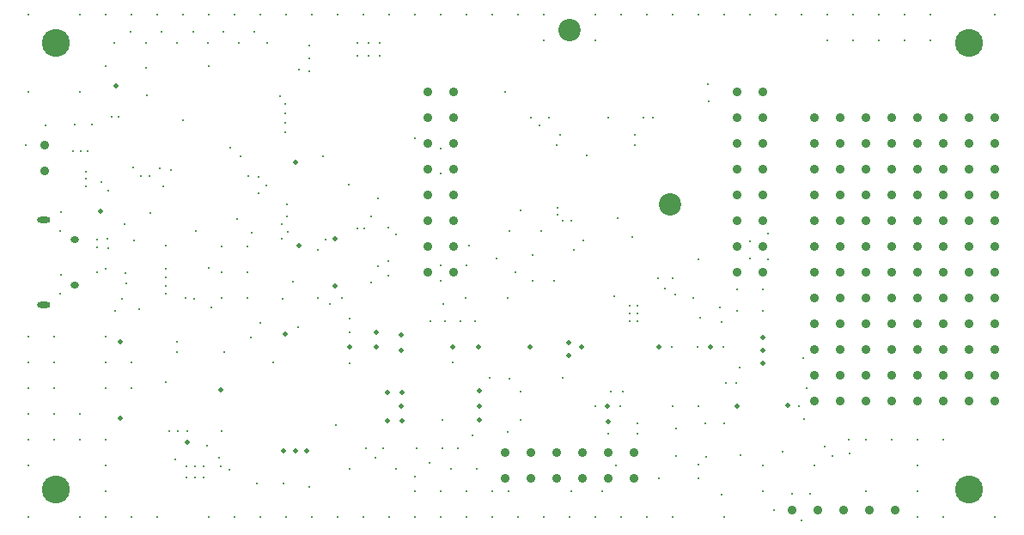
<source format=gbr>
%TF.GenerationSoftware,Altium Limited,Altium Designer,20.1.11 (218)*%
G04 Layer_Color=0*
%FSLAX26Y26*%
%MOIN*%
%TF.SameCoordinates,27E64F16-BD7F-4648-91A1-9AE93EB88D02*%
%TF.FilePolarity,Positive*%
%TF.FileFunction,Plated,1,2,PTH,Drill*%
%TF.Part,Single*%
G01*
G75*
%TA.AperFunction,ComponentDrill*%
%ADD127C,0.035433*%
%ADD128C,0.108268*%
%ADD129C,0.035433*%
%ADD130C,0.086614*%
%ADD131O,0.051181X0.023622*%
%ADD132O,0.033465X0.025591*%
%TA.AperFunction,ViaDrill,NotFilled*%
%ADD133C,0.011811*%
%ADD134C,0.019685*%
D127*
X3500000Y1500000D02*
D03*
X3600000D02*
D03*
X3700000D02*
D03*
X3500000Y1400000D02*
D03*
X3600000D02*
D03*
X3700000D02*
D03*
X3800000D02*
D03*
X3500000Y1600000D02*
D03*
X3600000D02*
D03*
X3700000D02*
D03*
X3800000D02*
D03*
X3800000Y1300000D02*
D03*
Y900000D02*
D03*
Y500000D02*
D03*
Y700000D02*
D03*
Y1100000D02*
D03*
Y1500000D02*
D03*
X3012598Y74803D02*
D03*
X2300000Y200000D02*
D03*
Y300000D02*
D03*
X3100000Y600000D02*
D03*
Y800000D02*
D03*
Y1600000D02*
D03*
X2400000Y200000D02*
D03*
Y300000D02*
D03*
X2200000D02*
D03*
Y200000D02*
D03*
X2000000Y300000D02*
D03*
X2100000D02*
D03*
X2000000Y200000D02*
D03*
X2100000D02*
D03*
X1900000Y300000D02*
D03*
Y200000D02*
D03*
X3212598Y74803D02*
D03*
X3312598D02*
D03*
X3112598D02*
D03*
X3412598D02*
D03*
X3300000Y1600000D02*
D03*
X3400000D02*
D03*
X3200000D02*
D03*
X3300000Y1500000D02*
D03*
X3400000D02*
D03*
X3100000D02*
D03*
X3200000D02*
D03*
X3100000Y1200000D02*
D03*
Y1100000D02*
D03*
X3200000Y1200000D02*
D03*
Y1100000D02*
D03*
X3300000Y1200000D02*
D03*
Y1100000D02*
D03*
X3400000Y1200000D02*
D03*
Y1100000D02*
D03*
X3500000Y1200000D02*
D03*
Y1100000D02*
D03*
X3600000Y1200000D02*
D03*
Y1100000D02*
D03*
X3700000Y1200000D02*
D03*
Y1100000D02*
D03*
X3800000Y1200000D02*
D03*
X3100000Y700000D02*
D03*
X3200000Y800000D02*
D03*
Y700000D02*
D03*
X3300000Y800000D02*
D03*
Y700000D02*
D03*
X3400000Y800000D02*
D03*
Y700000D02*
D03*
X3500000Y800000D02*
D03*
Y700000D02*
D03*
X3600000Y800000D02*
D03*
Y700000D02*
D03*
X3700000Y800000D02*
D03*
Y700000D02*
D03*
X3800000Y800000D02*
D03*
X3100000Y500000D02*
D03*
X3200000Y600000D02*
D03*
Y500000D02*
D03*
X3300000Y600000D02*
D03*
Y500000D02*
D03*
X3400000Y600000D02*
D03*
Y500000D02*
D03*
X3500000Y600000D02*
D03*
Y500000D02*
D03*
X3600000Y600000D02*
D03*
Y500000D02*
D03*
X3700000Y600000D02*
D03*
Y500000D02*
D03*
X3800000Y600000D02*
D03*
X3100000Y1000000D02*
D03*
Y900000D02*
D03*
X3200000Y1000000D02*
D03*
Y900000D02*
D03*
X3300000Y1000000D02*
D03*
Y900000D02*
D03*
X3400000Y1000000D02*
D03*
Y900000D02*
D03*
X3500000Y1000000D02*
D03*
Y900000D02*
D03*
X3600000Y1000000D02*
D03*
Y900000D02*
D03*
X3700000Y1000000D02*
D03*
Y900000D02*
D03*
X3800000Y1000000D02*
D03*
X3100000Y1400000D02*
D03*
Y1300000D02*
D03*
X3200000Y1400000D02*
D03*
Y1300000D02*
D03*
X3300000Y1400000D02*
D03*
Y1300000D02*
D03*
X3400000Y1400000D02*
D03*
Y1300000D02*
D03*
X3500000D02*
D03*
X3600000D02*
D03*
X3700000D02*
D03*
D128*
X157480Y1889764D02*
D03*
X3700787Y157480D02*
D03*
Y1889764D02*
D03*
X157480Y157480D02*
D03*
D129*
X2900000Y1100000D02*
D03*
X2800000Y1000000D02*
D03*
X2900000D02*
D03*
X1700000D02*
D03*
X1600000D02*
D03*
X1700000Y1100000D02*
D03*
X114173Y1493701D02*
D03*
Y1393701D02*
D03*
X1600000Y1700000D02*
D03*
X1700000D02*
D03*
X1600000Y1600000D02*
D03*
X1700000D02*
D03*
X1600000Y1500000D02*
D03*
X1700000D02*
D03*
X1600000Y1400000D02*
D03*
X1700000D02*
D03*
X1600000Y1300000D02*
D03*
X1700000D02*
D03*
X1600000Y1200000D02*
D03*
X1700000D02*
D03*
X1600000Y1100000D02*
D03*
X2800000D02*
D03*
X2900000Y1200000D02*
D03*
X2800000D02*
D03*
X2900000Y1300000D02*
D03*
X2800000D02*
D03*
X2900000Y1400000D02*
D03*
X2800000D02*
D03*
X2900000Y1500000D02*
D03*
X2800000D02*
D03*
X2900000Y1600000D02*
D03*
X2800000D02*
D03*
X2900000Y1700000D02*
D03*
X2800000D02*
D03*
D130*
X2539134Y1264331D02*
D03*
X2149134Y1939331D02*
D03*
D131*
X110236Y873031D02*
D03*
Y1201772D02*
D03*
D132*
X228346Y949803D02*
D03*
Y1125000D02*
D03*
D133*
X1140000Y165000D02*
D03*
X1295000Y235000D02*
D03*
X1665000Y810000D02*
D03*
X1395000Y280000D02*
D03*
X935000Y180000D02*
D03*
X1040000D02*
D03*
X1608000Y809055D02*
D03*
X2250000Y480000D02*
D03*
X2345000D02*
D03*
X3040000D02*
D03*
X2647280Y710215D02*
D03*
X2545000Y710000D02*
D03*
X2745000D02*
D03*
X2809000Y631000D02*
D03*
X2384000Y871000D02*
D03*
X2414000D02*
D03*
X2005000Y965000D02*
D03*
X1939000Y998000D02*
D03*
X1841000Y591000D02*
D03*
X1381000Y959000D02*
D03*
X1096000Y787000D02*
D03*
X2005000Y1065000D02*
D03*
X1960000Y1240000D02*
D03*
X2040000Y1160000D02*
D03*
X1915000D02*
D03*
X1958000Y535000D02*
D03*
X1911000Y380000D02*
D03*
X1958000Y427000D02*
D03*
X1915000Y586000D02*
D03*
X1244000Y405000D02*
D03*
X2122000Y588000D02*
D03*
X1655000Y425000D02*
D03*
X1555000Y315000D02*
D03*
X1475000Y235000D02*
D03*
X1690000D02*
D03*
X1715000Y315000D02*
D03*
X1655000D02*
D03*
X1605000Y260000D02*
D03*
X1550000Y205000D02*
D03*
X1425000Y315000D02*
D03*
X1360000D02*
D03*
X2795252Y568993D02*
D03*
X2755000Y568346D02*
D03*
X2384000Y840500D02*
D03*
X2414000D02*
D03*
Y810000D02*
D03*
X2384000D02*
D03*
X3060000Y430000D02*
D03*
X2975000Y303000D02*
D03*
X3070238Y549939D02*
D03*
X2310000Y535000D02*
D03*
X1297000Y821000D02*
D03*
Y766000D02*
D03*
X1267000Y899898D02*
D03*
X1000000Y650000D02*
D03*
X914000Y746000D02*
D03*
X1784449Y809055D02*
D03*
X2392769Y1136486D02*
D03*
X2355000Y535000D02*
D03*
X1659000Y875000D02*
D03*
X1407000Y1024000D02*
D03*
X1475000Y1146531D02*
D03*
X1446000Y1173074D02*
D03*
X1379000Y1216535D02*
D03*
X1446000Y986221D02*
D03*
Y1042000D02*
D03*
X2324400Y907500D02*
D03*
X692300Y897400D02*
D03*
X660700Y898100D02*
D03*
X915600Y1154100D02*
D03*
X858700Y1207500D02*
D03*
X701000Y1159400D02*
D03*
X422500Y1187000D02*
D03*
X1034100D02*
D03*
X618700Y272900D02*
D03*
X788200Y280800D02*
D03*
X1759600Y1101200D02*
D03*
X1697000Y650000D02*
D03*
X1773500Y367500D02*
D03*
X744400Y325100D02*
D03*
X584146Y573000D02*
D03*
X2689400Y1662205D02*
D03*
X1649606Y966189D02*
D03*
X2334643Y1210190D02*
D03*
X3054780Y665000D02*
D03*
X1293780Y1341000D02*
D03*
X1650780Y1478756D02*
D03*
X1297000Y645000D02*
D03*
X1138780Y1779756D02*
D03*
X1098780Y1785756D02*
D03*
X650780Y1589756D02*
D03*
X603621Y1397236D02*
D03*
X559285Y1404370D02*
D03*
X833851Y1482039D02*
D03*
X971483Y1336756D02*
D03*
X942071Y1305173D02*
D03*
X942851Y1369090D02*
D03*
X1037215Y896394D02*
D03*
X760622Y863929D02*
D03*
X524260Y1230786D02*
D03*
X584146Y1104087D02*
D03*
X583367Y1011811D02*
D03*
Y980543D02*
D03*
X584146Y946606D02*
D03*
Y915110D02*
D03*
X479712Y856543D02*
D03*
X412780Y896756D02*
D03*
X427780Y996756D02*
D03*
X350877Y1011567D02*
D03*
X358780Y1091756D02*
D03*
X445661Y1932756D02*
D03*
X565740Y1933756D02*
D03*
X689756Y1932756D02*
D03*
X807866D02*
D03*
X926961Y1933756D02*
D03*
X977158Y1890504D02*
D03*
X865780Y1889756D02*
D03*
X746780Y1890756D02*
D03*
X625780Y1889756D02*
D03*
X504780D02*
D03*
X383780Y1888756D02*
D03*
X1649780Y1024756D02*
D03*
X1750780D02*
D03*
X2548000Y975000D02*
D03*
X2493780Y974756D02*
D03*
X2520780Y934756D02*
D03*
X2558780Y913756D02*
D03*
X2630780Y898756D02*
D03*
X2799780Y931756D02*
D03*
X2900780D02*
D03*
X2919780Y1049756D02*
D03*
Y1149756D02*
D03*
X2848780Y1120756D02*
D03*
Y1051756D02*
D03*
X2101780Y1249756D02*
D03*
Y1222756D02*
D03*
X2070780Y1597756D02*
D03*
X2032780Y1570756D02*
D03*
X2155780Y1197756D02*
D03*
X2123780D02*
D03*
X1055780Y1155756D02*
D03*
X1032780Y1129756D02*
D03*
X627748Y690110D02*
D03*
X40150Y1493457D02*
D03*
X115051Y1570598D02*
D03*
X387780Y849756D02*
D03*
X174780Y987756D02*
D03*
X171780Y916756D02*
D03*
X172780Y1159756D02*
D03*
X177780Y1233756D02*
D03*
X800780Y382756D02*
D03*
X829780Y231756D02*
D03*
X2299780Y372756D02*
D03*
X2329780Y249756D02*
D03*
X2277780Y150756D02*
D03*
X2495780Y199756D02*
D03*
X2648780Y252756D02*
D03*
X2678780Y283756D02*
D03*
X2648000Y198000D02*
D03*
X2813780Y288756D02*
D03*
X2943780Y74756D02*
D03*
X3012780Y137756D02*
D03*
X3049780Y34756D02*
D03*
X2435629Y1599743D02*
D03*
X230780Y1571756D02*
D03*
X296614Y1572591D02*
D03*
X50780Y1999756D02*
D03*
X250780D02*
D03*
X350780D02*
D03*
X450780D02*
D03*
X550780D02*
D03*
X650780D02*
D03*
X750780D02*
D03*
X850780D02*
D03*
X950780D02*
D03*
X1050780D02*
D03*
X1150780D02*
D03*
X1250780D02*
D03*
X1350780D02*
D03*
X1450780D02*
D03*
X1550780D02*
D03*
X1650780D02*
D03*
X1750780D02*
D03*
X1850780D02*
D03*
X1950780D02*
D03*
X2050780D02*
D03*
X2250780D02*
D03*
X2350780D02*
D03*
X2450780D02*
D03*
X2550780D02*
D03*
X2650780D02*
D03*
X2750780D02*
D03*
X2850780D02*
D03*
X2950780D02*
D03*
X3050780D02*
D03*
X3150780D02*
D03*
X3250780D02*
D03*
X3350780D02*
D03*
X3450780D02*
D03*
X3550780D02*
D03*
X3800780D02*
D03*
X3550780Y1899756D02*
D03*
X3450780D02*
D03*
X3350780D02*
D03*
X3250780D02*
D03*
X3150780D02*
D03*
X2250780D02*
D03*
X2050780D02*
D03*
X350780Y1799756D02*
D03*
X50780Y1699756D02*
D03*
X250780D02*
D03*
X750780Y1799756D02*
D03*
X50780Y49756D02*
D03*
X250780D02*
D03*
X350780D02*
D03*
X450780D02*
D03*
X550780D02*
D03*
X750780D02*
D03*
X850780D02*
D03*
X950780D02*
D03*
X1050780D02*
D03*
X1150780D02*
D03*
X1250780D02*
D03*
X1350780D02*
D03*
X1450780D02*
D03*
X1550780D02*
D03*
X1650780D02*
D03*
X1750780D02*
D03*
X1850780D02*
D03*
X1950780D02*
D03*
X2050780D02*
D03*
X2150780D02*
D03*
X2250780D02*
D03*
X2350780D02*
D03*
X2450780D02*
D03*
X2550780D02*
D03*
X2750780D02*
D03*
X3800780D02*
D03*
X3600780D02*
D03*
X3500780D02*
D03*
Y149756D02*
D03*
Y249756D02*
D03*
Y349756D02*
D03*
X3600780D02*
D03*
X3400780D02*
D03*
X3300780D02*
D03*
Y149756D02*
D03*
X3100780Y249756D02*
D03*
X2900780D02*
D03*
Y149756D02*
D03*
X1550780D02*
D03*
X1650780D02*
D03*
X1750780D02*
D03*
X1850780D02*
D03*
X1790000Y235000D02*
D03*
X350780Y149756D02*
D03*
Y249756D02*
D03*
Y349756D02*
D03*
X250780D02*
D03*
X150780D02*
D03*
X50780D02*
D03*
Y249756D02*
D03*
Y449756D02*
D03*
X150780D02*
D03*
X250780D02*
D03*
X150780Y549756D02*
D03*
X50780D02*
D03*
Y649756D02*
D03*
X150780D02*
D03*
Y749756D02*
D03*
X50780D02*
D03*
X350780Y549756D02*
D03*
Y649756D02*
D03*
Y749756D02*
D03*
X450780Y649756D02*
D03*
Y549756D02*
D03*
X800780Y899756D02*
D03*
X900780D02*
D03*
Y999756D02*
D03*
X800780D02*
D03*
X900780Y1099756D02*
D03*
X800780D02*
D03*
X2650780Y1049756D02*
D03*
X2900780Y849756D02*
D03*
X2800780D02*
D03*
X2300780Y1599756D02*
D03*
X1900000Y1700000D02*
D03*
X2000780Y1599756D02*
D03*
X504780Y1791756D02*
D03*
X1027780Y1682756D02*
D03*
X1407780Y1286756D02*
D03*
X1548780Y1519756D02*
D03*
X1649780Y1383756D02*
D03*
X2216780Y1453756D02*
D03*
X2472000Y1600000D02*
D03*
X2088000Y965000D02*
D03*
X2157780Y150756D02*
D03*
X1911780Y148756D02*
D03*
X950780Y802041D02*
D03*
X2749780Y411756D02*
D03*
X2675780Y412756D02*
D03*
X2650000Y480000D02*
D03*
X3232780Y349756D02*
D03*
X3234780Y295756D02*
D03*
X455780Y1406756D02*
D03*
X484780Y1371756D02*
D03*
X332780Y1349756D02*
D03*
X360780Y1316756D02*
D03*
X2739780Y135756D02*
D03*
Y805756D02*
D03*
X2550000Y480000D02*
D03*
X2414000Y374000D02*
D03*
X224000Y1471000D02*
D03*
X251500D02*
D03*
X279000D02*
D03*
X1193202Y1447746D02*
D03*
X2414000Y412000D02*
D03*
X626968Y728346D02*
D03*
X374604Y1603072D02*
D03*
X399616D02*
D03*
X2734595Y864105D02*
D03*
X2165354Y1086923D02*
D03*
X2204000Y1124000D02*
D03*
X1866000Y1052134D02*
D03*
X1324803Y1169291D02*
D03*
X808000Y690000D02*
D03*
X1075840Y961661D02*
D03*
X1174213Y1085186D02*
D03*
Y900000D02*
D03*
X1220148Y877215D02*
D03*
X2654827Y823000D02*
D03*
X1051772Y1261373D02*
D03*
X795276Y246139D02*
D03*
X697000D02*
D03*
X664000D02*
D03*
X730000D02*
D03*
X1746000Y899898D02*
D03*
X1908000D02*
D03*
X1726378Y809055D02*
D03*
X2112000Y1533000D02*
D03*
X1370063Y1839819D02*
D03*
X871654Y1451000D02*
D03*
X357132Y1129553D02*
D03*
X274000Y1361192D02*
D03*
Y1331385D02*
D03*
X508000Y1686000D02*
D03*
X316000Y1000000D02*
D03*
X666338Y383251D02*
D03*
X630610D02*
D03*
X594882D02*
D03*
X1412368Y1839819D02*
D03*
Y1889000D02*
D03*
X1370063D02*
D03*
X1327757Y1839819D02*
D03*
Y1889000D02*
D03*
X2685000Y1730806D02*
D03*
X1138780Y1878051D02*
D03*
Y1827756D02*
D03*
X730000Y204159D02*
D03*
X1047000Y1544000D02*
D03*
Y1580333D02*
D03*
Y1616667D02*
D03*
Y1653000D02*
D03*
X697000Y204159D02*
D03*
X664000D02*
D03*
X3082284Y137865D02*
D03*
X3138000Y323000D02*
D03*
X520866Y1371535D02*
D03*
X3170983Y287402D02*
D03*
X2100000Y1493977D02*
D03*
X2401306Y1493976D02*
D03*
Y1531234D02*
D03*
X571894Y1331226D02*
D03*
X274000Y1391000D02*
D03*
X315450Y1125000D02*
D03*
X315160Y1094566D02*
D03*
X459000Y1124016D02*
D03*
X430139Y956740D02*
D03*
X749581Y1016707D02*
D03*
X1201968Y1125000D02*
D03*
X1354331Y1169291D02*
D03*
X1051772Y1216535D02*
D03*
X2562964Y393701D02*
D03*
X2563976Y285796D02*
D03*
X903543Y1374213D02*
D03*
D134*
X2697244Y707992D02*
D03*
X2497244D02*
D03*
X2145000Y725000D02*
D03*
Y675000D02*
D03*
X2197244Y707992D02*
D03*
X1997244D02*
D03*
X1797000D02*
D03*
X1697244D02*
D03*
X1297244D02*
D03*
X2898000Y645000D02*
D03*
X2997000Y481500D02*
D03*
X2798000Y480000D02*
D03*
X1497000Y755000D02*
D03*
Y696000D02*
D03*
X1401000Y707992D02*
D03*
Y766000D02*
D03*
X1444000Y534000D02*
D03*
X2898000Y695000D02*
D03*
Y745000D02*
D03*
X2299000Y420000D02*
D03*
X2296992Y479252D02*
D03*
X1800000Y425000D02*
D03*
Y480000D02*
D03*
Y540000D02*
D03*
X1444000Y424000D02*
D03*
X1499000Y534000D02*
D03*
Y424000D02*
D03*
X1496992Y478252D02*
D03*
X1130000Y305000D02*
D03*
X1085000D02*
D03*
X1040000D02*
D03*
X1241240Y1130512D02*
D03*
X1099213Y1102362D02*
D03*
X407134Y728985D02*
D03*
X331000Y1237000D02*
D03*
X1086000Y1427000D02*
D03*
X407158Y432000D02*
D03*
X1045228Y758858D02*
D03*
X1241240Y947543D02*
D03*
X795276Y541765D02*
D03*
X388772Y1722047D02*
D03*
X666338Y341000D02*
D03*
%TF.MD5,8d7d9a57e1c1b1d15c9fc4024d82a1ef*%
M02*

</source>
